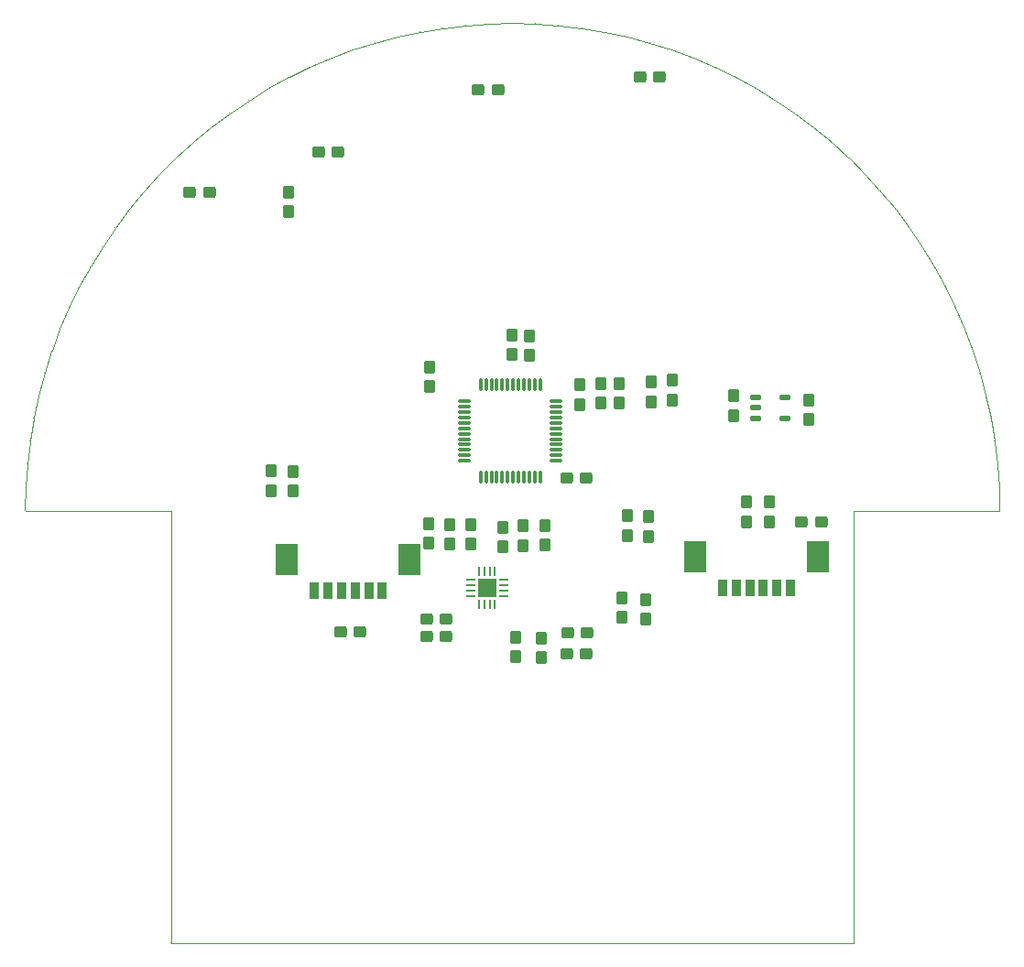
<source format=gtp>
%FSLAX25Y25*%
%MOIN*%
G70*
G01*
G75*
G04 Layer_Color=8421504*
%ADD10R,0.03189X0.06299*%
%ADD11R,0.08268X0.11811*%
G04:AMPARAMS|DCode=12|XSize=98.43mil|YSize=196.85mil|CornerRadius=24.61mil|HoleSize=0mil|Usage=FLASHONLY|Rotation=180.000|XOffset=0mil|YOffset=0mil|HoleType=Round|Shape=RoundedRectangle|*
%AMROUNDEDRECTD12*
21,1,0.09843,0.14764,0,0,180.0*
21,1,0.04921,0.19685,0,0,180.0*
1,1,0.04921,-0.02461,0.07382*
1,1,0.04921,0.02461,0.07382*
1,1,0.04921,0.02461,-0.07382*
1,1,0.04921,-0.02461,-0.07382*
%
%ADD12ROUNDEDRECTD12*%
%ADD13C,0.05906*%
%ADD14R,0.07087X0.07087*%
%ADD15O,0.00984X0.03543*%
%ADD16O,0.03543X0.00984*%
G04:AMPARAMS|DCode=17|XSize=11.81mil|YSize=47.24mil|CornerRadius=2.95mil|HoleSize=0mil|Usage=FLASHONLY|Rotation=180.000|XOffset=0mil|YOffset=0mil|HoleType=Round|Shape=RoundedRectangle|*
%AMROUNDEDRECTD17*
21,1,0.01181,0.04134,0,0,180.0*
21,1,0.00591,0.04724,0,0,180.0*
1,1,0.00591,-0.00295,0.02067*
1,1,0.00591,0.00295,0.02067*
1,1,0.00591,0.00295,-0.02067*
1,1,0.00591,-0.00295,-0.02067*
%
%ADD17ROUNDEDRECTD17*%
G04:AMPARAMS|DCode=18|XSize=11.81mil|YSize=47.24mil|CornerRadius=2.95mil|HoleSize=0mil|Usage=FLASHONLY|Rotation=90.000|XOffset=0mil|YOffset=0mil|HoleType=Round|Shape=RoundedRectangle|*
%AMROUNDEDRECTD18*
21,1,0.01181,0.04134,0,0,90.0*
21,1,0.00591,0.04724,0,0,90.0*
1,1,0.00591,0.02067,0.00295*
1,1,0.00591,0.02067,-0.00295*
1,1,0.00591,-0.02067,-0.00295*
1,1,0.00591,-0.02067,0.00295*
%
%ADD18ROUNDEDRECTD18*%
G04:AMPARAMS|DCode=19|XSize=41.34mil|YSize=47.24mil|CornerRadius=10.34mil|HoleSize=0mil|Usage=FLASHONLY|Rotation=180.000|XOffset=0mil|YOffset=0mil|HoleType=Round|Shape=RoundedRectangle|*
%AMROUNDEDRECTD19*
21,1,0.04134,0.02658,0,0,180.0*
21,1,0.02067,0.04724,0,0,180.0*
1,1,0.02067,-0.01034,0.01329*
1,1,0.02067,0.01034,0.01329*
1,1,0.02067,0.01034,-0.01329*
1,1,0.02067,-0.01034,-0.01329*
%
%ADD19ROUNDEDRECTD19*%
G04:AMPARAMS|DCode=20|XSize=41.34mil|YSize=47.24mil|CornerRadius=10.34mil|HoleSize=0mil|Usage=FLASHONLY|Rotation=270.000|XOffset=0mil|YOffset=0mil|HoleType=Round|Shape=RoundedRectangle|*
%AMROUNDEDRECTD20*
21,1,0.04134,0.02658,0,0,270.0*
21,1,0.02067,0.04724,0,0,270.0*
1,1,0.02067,-0.01329,-0.01034*
1,1,0.02067,-0.01329,0.01034*
1,1,0.02067,0.01329,0.01034*
1,1,0.02067,0.01329,-0.01034*
%
%ADD20ROUNDEDRECTD20*%
G04:AMPARAMS|DCode=21|XSize=21.65mil|YSize=39.37mil|CornerRadius=5.41mil|HoleSize=0mil|Usage=FLASHONLY|Rotation=270.000|XOffset=0mil|YOffset=0mil|HoleType=Round|Shape=RoundedRectangle|*
%AMROUNDEDRECTD21*
21,1,0.02165,0.02854,0,0,270.0*
21,1,0.01083,0.03937,0,0,270.0*
1,1,0.01083,-0.01427,-0.00541*
1,1,0.01083,-0.01427,0.00541*
1,1,0.01083,0.01427,0.00541*
1,1,0.01083,0.01427,-0.00541*
%
%ADD21ROUNDEDRECTD21*%
%ADD22C,0.01575*%
%ADD23C,0.00787*%
%ADD24C,0.00394*%
%ADD25C,0.00394*%
%ADD26O,0.07087X0.06299*%
G04:AMPARAMS|DCode=27|XSize=37.4mil|YSize=37.4mil|CornerRadius=9.35mil|HoleSize=0mil|Usage=FLASHONLY|Rotation=90.000|XOffset=0mil|YOffset=0mil|HoleType=Round|Shape=RoundedRectangle|*
%AMROUNDEDRECTD27*
21,1,0.03740,0.01870,0,0,90.0*
21,1,0.01870,0.03740,0,0,90.0*
1,1,0.01870,0.00935,0.00935*
1,1,0.01870,0.00935,-0.00935*
1,1,0.01870,-0.00935,-0.00935*
1,1,0.01870,-0.00935,0.00935*
%
%ADD27ROUNDEDRECTD27*%
%ADD28C,0.03740*%
%ADD29C,0.01969*%
%ADD30C,0.03937*%
%ADD31C,0.00984*%
%ADD32C,0.01000*%
D10*
X76575Y129252D02*
D03*
X81496D02*
D03*
X91339D02*
D03*
X101181D02*
D03*
X96260D02*
D03*
X86417D02*
D03*
X-71949Y128169D02*
D03*
X-67028D02*
D03*
X-57185D02*
D03*
X-47343D02*
D03*
X-52264D02*
D03*
X-62106D02*
D03*
D11*
X111221Y140669D02*
D03*
X66535D02*
D03*
X-37303Y139587D02*
D03*
X-81988D02*
D03*
D14*
X-9252Y129232D02*
D03*
D15*
X-12205Y135236D02*
D03*
X-10236D02*
D03*
X-8268D02*
D03*
X-6299D02*
D03*
Y123228D02*
D03*
X-8268D02*
D03*
X-10236D02*
D03*
X-12205D02*
D03*
D16*
X-3248Y132185D02*
D03*
Y130217D02*
D03*
Y128248D02*
D03*
Y126279D02*
D03*
X-15256D02*
D03*
Y128248D02*
D03*
Y130217D02*
D03*
Y132185D02*
D03*
D17*
X-11516Y203051D02*
D03*
X-9547D02*
D03*
X-7579D02*
D03*
X-5610D02*
D03*
X-3642D02*
D03*
X295D02*
D03*
X2264D02*
D03*
X4232D02*
D03*
X6201D02*
D03*
X8169D02*
D03*
X10138D02*
D03*
Y169587D02*
D03*
X8169D02*
D03*
X6201D02*
D03*
X4232D02*
D03*
X2264D02*
D03*
X295D02*
D03*
X-1673D02*
D03*
X-3642D02*
D03*
X-5610D02*
D03*
X-7579D02*
D03*
X-9547D02*
D03*
X-11516D02*
D03*
X-1673Y203051D02*
D03*
D18*
X16043Y197146D02*
D03*
Y195177D02*
D03*
Y193209D02*
D03*
Y191240D02*
D03*
Y189272D02*
D03*
Y187303D02*
D03*
Y183366D02*
D03*
Y179429D02*
D03*
Y177461D02*
D03*
Y175492D02*
D03*
X-17421D02*
D03*
Y177461D02*
D03*
Y179429D02*
D03*
Y181398D02*
D03*
Y183366D02*
D03*
Y185335D02*
D03*
Y187303D02*
D03*
Y189272D02*
D03*
Y191240D02*
D03*
Y193209D02*
D03*
Y195177D02*
D03*
Y197146D02*
D03*
X16043Y185335D02*
D03*
Y181398D02*
D03*
D19*
X-81299Y266240D02*
D03*
Y273327D02*
D03*
X10433Y103937D02*
D03*
Y111024D02*
D03*
X39764Y118504D02*
D03*
Y125591D02*
D03*
X1378Y111221D02*
D03*
Y104134D02*
D03*
X48720Y125000D02*
D03*
Y117913D02*
D03*
X12008Y144783D02*
D03*
Y151870D02*
D03*
X3839Y151772D02*
D03*
Y144685D02*
D03*
X85236Y160433D02*
D03*
Y153347D02*
D03*
X-79626Y171653D02*
D03*
Y164567D02*
D03*
X93701Y160433D02*
D03*
Y153347D02*
D03*
X-87697Y171752D02*
D03*
Y164665D02*
D03*
X6299Y213779D02*
D03*
Y220866D02*
D03*
X-30315Y145472D02*
D03*
Y152559D02*
D03*
X-22835Y145177D02*
D03*
Y152264D02*
D03*
X-15059Y145079D02*
D03*
Y152165D02*
D03*
X-3543Y144291D02*
D03*
Y151378D02*
D03*
X49606Y148031D02*
D03*
Y155118D02*
D03*
X41831Y148327D02*
D03*
Y155413D02*
D03*
X0Y221161D02*
D03*
Y214075D02*
D03*
X107874Y190453D02*
D03*
Y197539D02*
D03*
X50394Y204134D02*
D03*
Y197047D02*
D03*
X80610Y199114D02*
D03*
Y192028D02*
D03*
X58169Y204724D02*
D03*
Y197638D02*
D03*
X32185Y203543D02*
D03*
Y196457D02*
D03*
X-30217Y202559D02*
D03*
Y209646D02*
D03*
X24705Y203051D02*
D03*
Y195965D02*
D03*
X38976Y203642D02*
D03*
Y196555D02*
D03*
D20*
X-5217Y310630D02*
D03*
X-12303D02*
D03*
X27165Y112894D02*
D03*
X20079D02*
D03*
X-70472Y287992D02*
D03*
X-63386D02*
D03*
X-110236Y273327D02*
D03*
X-117323D02*
D03*
X53543Y315256D02*
D03*
X46457D02*
D03*
X26870Y105118D02*
D03*
X19783D02*
D03*
X-24016Y118012D02*
D03*
X-31102D02*
D03*
X-24114Y111516D02*
D03*
X-31201D02*
D03*
X105315Y153347D02*
D03*
X112402D02*
D03*
X-62402Y113189D02*
D03*
X-55315D02*
D03*
X26969Y169193D02*
D03*
X19882D02*
D03*
D21*
X99311Y198524D02*
D03*
Y191043D02*
D03*
X88681D02*
D03*
Y194783D02*
D03*
Y198524D02*
D03*
D24*
X95893Y306684D02*
G03*
X95885Y306690I-110J-163D01*
G01*
X95894Y306684D02*
G03*
X95885Y306690I-111J-162D01*
G01*
X88685Y311078D02*
G03*
X88677Y311083I-103J-168D01*
G01*
X102884Y301953D02*
G03*
X102876Y301958I-118J-158D01*
G01*
X102884Y301953D02*
G03*
X102875Y301959I-118J-158D01*
G01*
X81269Y315128D02*
G03*
X81267Y315129I-87J-177D01*
G01*
X81276Y315124D02*
G03*
X81269Y315128I-94J-173D01*
G01*
X81276Y315124D02*
G03*
X81268Y315128I-94J-173D01*
G01*
X73682Y318813D02*
G03*
X73675Y318817I-85J-178D01*
G01*
X73684Y318812D02*
G03*
X73682Y318813I-87J-177D01*
G01*
X73683Y318813D02*
G03*
X73675Y318817I-86J-177D01*
G01*
X88685Y311078D02*
G03*
X88677Y311083I-103J-168D01*
G01*
X122397Y285840D02*
G03*
X122390Y285847I-139J-139D01*
G01*
X128366Y279872D02*
G03*
X128360Y279878I-145J-133D01*
G01*
X128367Y279870D02*
G03*
X128366Y279872I-146J-132D01*
G01*
X122391Y285846D02*
G03*
X122390Y285847I-133J-145D01*
G01*
X122397Y285840D02*
G03*
X122391Y285846I-139J-139D01*
G01*
X134045Y273624D02*
G03*
X134038Y273631I-152J-125D01*
G01*
X128366Y279871D02*
G03*
X128360Y279878I-146J-132D01*
G01*
X109642Y296894D02*
G03*
X109634Y296899I-125J-152D01*
G01*
X109642Y296894D02*
G03*
X109634Y296899I-125J-152D01*
G01*
X116150Y291519D02*
G03*
X116144Y291525I-132J-146D01*
G01*
X116152Y291518D02*
G03*
X116150Y291519I-133J-145D01*
G01*
X116151Y291519D02*
G03*
X116144Y291525I-132J-146D01*
G01*
X25247Y333036D02*
G03*
X25236Y333038I-34J-194D01*
G01*
X25246Y333037D02*
G03*
X25236Y333038I-33J-194D01*
G01*
X16864Y334039D02*
G03*
X16855Y334040I-23J-196D01*
G01*
X33570Y331637D02*
G03*
X33561Y331638I-42J-192D01*
G01*
X33571Y331637D02*
G03*
X33570Y331637I-42J-192D01*
G01*
X33571Y331637D02*
G03*
X33560Y331639I-42J-192D01*
G01*
X8444Y334641D02*
G03*
X8433Y334642I-14J-196D01*
G01*
X8444Y334641D02*
G03*
X8434Y334642I-14J-196D01*
G01*
X6Y334842D02*
G03*
X-5Y334843I-6J-197D01*
G01*
X16864Y334039D02*
G03*
X16855Y334040I-23J-196D01*
G01*
X58013Y325086D02*
G03*
X58005Y325089I-68J-185D01*
G01*
X58015Y325086D02*
G03*
X58013Y325086I-69J-184D01*
G01*
X65923Y322136D02*
G03*
X65914Y322140I-78J-181D01*
G01*
X58014Y325086D02*
G03*
X58005Y325089I-69J-184D01*
G01*
X65915Y322139D02*
G03*
X65914Y322140I-69J-184D01*
G01*
X65923Y322136D02*
G03*
X65915Y322139I-78J-181D01*
G01*
X41819Y329842D02*
G03*
X41810Y329844I-51J-190D01*
G01*
X41820Y329842D02*
G03*
X41819Y329842I-51J-190D01*
G01*
X41819Y329842D02*
G03*
X41810Y329844I-51J-190D01*
G01*
X49973Y327657D02*
G03*
X49964Y327660I-60J-188D01*
G01*
X49964Y327659D02*
G03*
X49964Y327660I-51J-190D01*
G01*
X49973Y327657D02*
G03*
X49964Y327659I-60J-188D01*
G01*
X172364Y199291D02*
G03*
X172362Y199300I-192J-42D01*
G01*
X172364Y199290D02*
G03*
X172364Y199291I-192J-42D01*
G01*
X170179Y207445D02*
G03*
X170176Y207454I-190J-51D01*
G01*
X170179Y207444D02*
G03*
X170179Y207445I-190J-51D01*
G01*
X172362Y199299D02*
G03*
X172362Y199300I-190J-51D01*
G01*
X172364Y199291D02*
G03*
X172362Y199299I-192J-42D01*
G01*
X174158Y191041D02*
G03*
X174156Y191051I-194J-32D01*
G01*
X174158Y191042D02*
G03*
X174156Y191051I-194J-33D01*
G01*
X167609Y215485D02*
G03*
X167606Y215494I-188J-60D01*
G01*
X167606Y215494D02*
G03*
X167606Y215495I-185J-68D01*
G01*
X167609Y215485D02*
G03*
X167606Y215494I-188J-60D01*
G01*
X164659Y223395D02*
G03*
X164656Y223404I-184J-69D01*
G01*
X164659Y223394D02*
G03*
X164659Y223395I-185J-68D01*
G01*
X170179Y207445D02*
G03*
X170176Y207454I-190J-51D01*
G01*
X177162Y165914D02*
G03*
X177161Y165924I-197J-3D01*
G01*
X177162Y165910D02*
G03*
X177162Y165914I-197J0D01*
G01*
X176560Y174335D02*
G03*
X176559Y174344I-196J-14D01*
G01*
X177162Y165915D02*
G03*
X177161Y165924I-197J-5D01*
G01*
X177362Y157480D02*
G03*
X177362Y157485I-197J0D01*
G01*
X177362Y157480D02*
G03*
X177362Y157486I-197J0D01*
G01*
X177165Y157283D02*
G03*
X177362Y157480I0J197D01*
G01*
X177165Y157283D02*
G03*
X177362Y157480I0J197D01*
G01*
X175558Y182717D02*
G03*
X175556Y182726I-196J-23D01*
G01*
X176560Y174335D02*
G03*
X176559Y174344I-196J-14D01*
G01*
X175558Y182717D02*
G03*
X175556Y182727I-196J-23D01*
G01*
X149209Y253366D02*
G03*
X149203Y253375I-168J-103D01*
G01*
X149209Y253366D02*
G03*
X149204Y253374I-168J-103D01*
G01*
X144478Y260356D02*
G03*
X144472Y260364I-164J-109D01*
G01*
X153603Y246157D02*
G03*
X153598Y246165I-173J-94D01*
G01*
X153603Y246157D02*
G03*
X153598Y246165I-173J-94D01*
G01*
X139419Y267115D02*
G03*
X139413Y267122I-158J-118D01*
G01*
X139419Y267115D02*
G03*
X139413Y267122I-158J-118D01*
G01*
X134039Y273631D02*
G03*
X134038Y273632I-146J-132D01*
G01*
X134045Y273624D02*
G03*
X134039Y273631I-152J-125D01*
G01*
X144478Y260357D02*
G03*
X144472Y260364I-163J-110D01*
G01*
X161333Y231163D02*
G03*
X161332Y231164I-178J-85D01*
G01*
X161336Y231155D02*
G03*
X161333Y231163I-181J-78D01*
G01*
X161336Y231155D02*
G03*
X161332Y231164I-181J-78D01*
G01*
X157648Y238749D02*
G03*
X157644Y238757I-177J-87D01*
G01*
X157648Y238747D02*
G03*
X157648Y238749I-178J-85D01*
G01*
X164659Y223395D02*
G03*
X164656Y223404I-184J-69D01*
G01*
X157648Y238748D02*
G03*
X157644Y238757I-177J-86D01*
G01*
X124016Y-197D02*
G03*
X124213Y0I0J197D01*
G01*
X124016Y-197D02*
G03*
X124213Y0I0J197D01*
G01*
X5Y334843D02*
G03*
X-6Y334842I-5J-197D01*
G01*
X-8433Y334642D02*
G03*
X-8444Y334641I3J-197D01*
G01*
X-8435Y334642D02*
G03*
X-8444Y334641I5J-197D01*
G01*
X-16855Y334040D02*
G03*
X-16864Y334039I14J-196D01*
G01*
X-16855Y334040D02*
G03*
X-16864Y334039I14J-196D01*
G01*
X-25237Y333038D02*
G03*
X-25246Y333037I23J-196D01*
G01*
X-25237Y333038D02*
G03*
X-25247Y333036I23J-196D01*
G01*
X-33560Y331639D02*
G03*
X-33571Y331637I32J-194D01*
G01*
X-33562Y331638D02*
G03*
X-33571Y331637I33J-194D01*
G01*
X-41810Y329844D02*
G03*
X-41819Y329842I42J-192D01*
G01*
X-41819Y329842D02*
G03*
X-41820Y329842I51J-190D01*
G01*
X-41810Y329844D02*
G03*
X-41819Y329842I42J-192D01*
G01*
X-49965Y327659D02*
G03*
X-49973Y327657I51J-190D01*
G01*
X-49964Y327660D02*
G03*
X-49965Y327659I51J-190D01*
G01*
X-49964Y327660D02*
G03*
X-49973Y327657I51J-190D01*
G01*
X-58005Y325089D02*
G03*
X-58014Y325086I60J-188D01*
G01*
X-58013Y325086D02*
G03*
X-58015Y325086I68J-185D01*
G01*
X-58005Y325089D02*
G03*
X-58013Y325086I60J-188D01*
G01*
X-65915Y322139D02*
G03*
X-65923Y322136I69J-184D01*
G01*
X-65914Y322140D02*
G03*
X-65915Y322139I68J-185D01*
G01*
X-65915Y322139D02*
G03*
X-65923Y322136I69J-184D01*
G01*
X-73675Y318817D02*
G03*
X-73683Y318813I78J-181D01*
G01*
X-73682Y318813D02*
G03*
X-73684Y318812I85J-178D01*
G01*
X-73675Y318817D02*
G03*
X-73682Y318813I78J-181D01*
G01*
X-81269Y315128D02*
G03*
X-81276Y315124I87J-177D01*
G01*
X-81267Y315129D02*
G03*
X-81269Y315128I85J-178D01*
G01*
X-81268Y315128D02*
G03*
X-81276Y315124I86J-177D01*
G01*
X-88677Y311083D02*
G03*
X-88685Y311078I94J-173D01*
G01*
X-88677Y311083D02*
G03*
X-88685Y311078I94J-173D01*
G01*
X-95885Y306689D02*
G03*
X-95893Y306684I103J-168D01*
G01*
X-95885Y306689D02*
G03*
X-95894Y306684I103J-168D01*
G01*
X-102875Y301959D02*
G03*
X-102884Y301953I109J-164D01*
G01*
X-102876Y301958D02*
G03*
X-102884Y301953I110J-163D01*
G01*
X-109634Y296899D02*
G03*
X-109642Y296894I118J-158D01*
G01*
X-109634Y296899D02*
G03*
X-109642Y296894I118J-158D01*
G01*
X-116144Y291525D02*
G03*
X-116151Y291519I125J-152D01*
G01*
X-116150Y291519D02*
G03*
X-116152Y291518I132J-146D01*
G01*
X-116144Y291525D02*
G03*
X-116150Y291519I125J-152D01*
G01*
X-122391Y285846D02*
G03*
X-122397Y285840I133J-145D01*
G01*
X-122390Y285847D02*
G03*
X-122391Y285846I132J-146D01*
G01*
X-122391Y285847D02*
G03*
X-122397Y285840I132J-146D01*
G01*
X-128360Y279878D02*
G03*
X-128366Y279871I139J-139D01*
G01*
X-128366Y279872D02*
G03*
X-128367Y279870I145J-133D01*
G01*
X-128360Y279878D02*
G03*
X-128366Y279872I139J-139D01*
G01*
X-134039Y273631D02*
G03*
X-134045Y273624I146J-132D01*
G01*
X-134038Y273632D02*
G03*
X-134039Y273631I145J-133D01*
G01*
X-134038Y273631D02*
G03*
X-134045Y273624I146J-132D01*
G01*
X-139413Y267122D02*
G03*
X-139419Y267115I152J-125D01*
G01*
X-139413Y267122D02*
G03*
X-139419Y267115I152J-125D01*
G01*
X-144472Y260364D02*
G03*
X-144478Y260357I158J-118D01*
G01*
X-144472Y260364D02*
G03*
X-144478Y260356I158J-118D01*
G01*
X-149203Y253375D02*
G03*
X-149209Y253366I162J-111D01*
G01*
X-149204Y253374D02*
G03*
X-149209Y253366I163J-110D01*
G01*
X-153598Y246165D02*
G03*
X-153603Y246157I168J-103D01*
G01*
X-153598Y246165D02*
G03*
X-153603Y246157I168J-103D01*
G01*
X-124213Y-0D02*
G03*
X-124016Y-197I197J0D01*
G01*
X-124213Y-0D02*
G03*
X-124016Y-197I197J0D01*
G01*
X-157644Y238756D02*
G03*
X-157648Y238748I173J-94D01*
G01*
X-157648Y238749D02*
G03*
X-157649Y238747I177J-87D01*
G01*
X-157644Y238756D02*
G03*
X-157648Y238749I173J-94D01*
G01*
X-161333Y231163D02*
G03*
X-161336Y231155I178J-85D01*
G01*
X-161332Y231164D02*
G03*
X-161333Y231163I177J-87D01*
G01*
X-161332Y231164D02*
G03*
X-161336Y231155I177J-86D01*
G01*
X-164656Y223404D02*
G03*
X-164659Y223395I181J-78D01*
G01*
X-164659Y223395D02*
G03*
X-164659Y223394I184J-69D01*
G01*
X-164656Y223404D02*
G03*
X-164659Y223395I181J-78D01*
G01*
X-167606Y215494D02*
G03*
X-167609Y215485I185J-68D01*
G01*
X-167606Y215495D02*
G03*
X-167606Y215494I184J-69D01*
G01*
X-167606Y215494D02*
G03*
X-167609Y215485I184J-69D01*
G01*
X-170177Y207453D02*
G03*
X-170179Y207445I188J-60D01*
G01*
X-170179Y207445D02*
G03*
X-170179Y207444I190J-51D01*
G01*
X-170177Y207453D02*
G03*
X-170179Y207445I188J-60D01*
G01*
X-172362Y199299D02*
G03*
X-172364Y199291I190J-51D01*
G01*
X-172362Y199300D02*
G03*
X-172362Y199299I190J-51D01*
G01*
X-172364Y199291D02*
G03*
X-172364Y199290I192J-42D01*
G01*
X-172362Y199300D02*
G03*
X-172364Y199291I190J-51D01*
G01*
X-174156Y191051D02*
G03*
X-174158Y191042I192J-42D01*
G01*
X-174156Y191051D02*
G03*
X-174158Y191041I192J-42D01*
G01*
X-175556Y182727D02*
G03*
X-175558Y182717I194J-34D01*
G01*
X-175556Y182726D02*
G03*
X-175558Y182717I194J-33D01*
G01*
X-176559Y174344D02*
G03*
X-176560Y174335I196J-23D01*
G01*
X-176559Y174344D02*
G03*
X-176560Y174335I196J-23D01*
G01*
X-177161Y165924D02*
G03*
X-177162Y165915I196J-14D01*
G01*
X-177161Y165924D02*
G03*
X-177162Y165914I196J-14D01*
G01*
X-177362Y157485D02*
G03*
X-177165Y157283I197J-5D01*
G01*
X-177362Y157486D02*
G03*
X-177165Y157283I197J-6D01*
G01*
X88685Y311078D02*
X95885Y306690D01*
X102884Y301953D02*
X109634Y296899D01*
X102875Y301959D02*
X102876Y301958D01*
X95894Y306684D02*
X102875Y301959D01*
X95893Y306684D02*
X95894Y306684D01*
X81268Y315128D02*
X81269Y315128D01*
X81267Y315129D02*
X81268Y315128D01*
X73684Y318812D02*
X81267Y315129D01*
X73683Y318813D02*
X73684Y318812D01*
X73682Y318813D02*
X73683Y318813D01*
X81276Y315124D02*
X88677Y311083D01*
X122397Y285840D02*
X128360Y279878D01*
X122390Y285847D02*
X122391Y285846D01*
X122390Y285847D02*
X122390Y285847D01*
X116152Y291518D02*
X122390Y285847D01*
X116151Y291519D02*
X116152Y291518D01*
X116150Y291519D02*
X116151Y291519D01*
X128366Y279872D02*
X128366Y279871D01*
X128367Y279870D01*
X134038Y273632D01*
X134038Y273631D01*
X134039Y273631D01*
X109642Y296894D02*
X116144Y291525D01*
X16864Y334039D02*
X25236Y333038D01*
X41810Y329844D02*
X41810Y329844D01*
X41810Y329844D02*
X41810Y329844D01*
X33571Y331637D02*
X41810Y329844D01*
X33571Y331637D02*
X33571Y331637D01*
X33570Y331637D02*
X33571Y331637D01*
X33560Y331639D02*
X33561Y331638D01*
X25247Y333036D02*
X33560Y331639D01*
X25246Y333037D02*
X25247Y333036D01*
X8433Y334642D02*
X8434Y334642D01*
X6Y334842D02*
X8433Y334642D01*
X5Y334843D02*
X6Y334842D01*
X8444Y334641D02*
X16855Y334040D01*
X65914Y322140D02*
X65915Y322139D01*
X65914Y322140D02*
X65914Y322140D01*
X58015Y325086D02*
X65914Y322140D01*
X58014Y325086D02*
X58015Y325086D01*
X58013Y325086D02*
X58014Y325086D01*
X49973Y327657D02*
X58005Y325089D01*
X65923Y322136D02*
X73675Y318817D01*
X49964Y327660D02*
X49964Y327659D01*
X49964Y327660D02*
X49964Y327660D01*
X41820Y329842D02*
X49964Y327660D01*
X41819Y329842D02*
X41820Y329842D01*
X41819Y329842D02*
X41819Y329842D01*
X172364Y199291D02*
X172364Y199291D01*
X172364Y199290D01*
X174156Y191051D01*
X174156Y191051D01*
X174156Y191051D01*
X170179Y207445D02*
X170179Y207445D01*
X170179Y207444D01*
X172362Y199300D01*
X172362Y199300D01*
X172362Y199299D01*
X174158Y191042D02*
X174158Y191041D01*
X175556Y182727D01*
X175556Y182726D01*
X164659Y223395D02*
X164659Y223395D01*
X164659Y223394D01*
X167606Y215495D01*
X167606Y215494D01*
X167606Y215494D01*
X167609Y215485D02*
X170176Y207454D01*
X177162Y165915D02*
X177162Y165914D01*
X177362Y157486D01*
X177362Y157485D01*
X176560Y174335D02*
X177161Y165924D01*
X175558Y182717D02*
X176559Y174344D01*
X124213Y157283D02*
X177165Y157283D01*
X144478Y260357D02*
X144478Y260356D01*
X149203Y253375D01*
X149204Y253374D01*
X149209Y253366D02*
X153598Y246165D01*
X134045Y273624D02*
X139413Y267122D01*
X139419Y267115D02*
X144472Y260364D01*
X157648Y238749D02*
X157648Y238748D01*
X157648Y238747D01*
X161332Y231164D01*
X161332Y231164D01*
X161333Y231163D01*
X161336Y231155D02*
X164656Y223404D01*
X153603Y246157D02*
X157644Y238757D01*
X124213Y0D02*
Y157283D01*
X-6Y334842D02*
X-5Y334843D01*
X-8433Y334642D02*
X-6Y334842D01*
X-8435Y334642D02*
X-8433Y334642D01*
X-16855Y334040D02*
X-8444Y334641D01*
X-25237Y333038D02*
X-16864Y334039D01*
X-25247Y333036D02*
X-25246Y333037D01*
X-33560Y331639D02*
X-25247Y333036D01*
X-33562Y331638D02*
X-33560Y331639D01*
X-41810Y329844D02*
X-33571Y331637D01*
X-41819Y329842D02*
X-41819Y329842D01*
X-41820Y329842D02*
X-41819Y329842D01*
X-49964Y327660D02*
X-41820Y329842D01*
X-49964Y327660D02*
X-49964Y327660D01*
X-49965Y327659D02*
X-49964Y327660D01*
X-58005Y325089D02*
X-49973Y327657D01*
X-58014Y325086D02*
X-58013Y325086D01*
X-58015Y325086D02*
X-58014Y325086D01*
X-65914Y322140D02*
X-58015Y325086D01*
X-65915Y322139D02*
X-65914Y322140D01*
X-65915Y322139D02*
X-65915Y322139D01*
X-73675Y318817D02*
X-65923Y322136D01*
X-73683Y318813D02*
X-73682Y318813D01*
X-73684Y318812D02*
X-73683Y318813D01*
X-81267Y315129D02*
X-73684Y318812D01*
X-81268Y315128D02*
X-81267Y315129D01*
X-81269Y315128D02*
X-81268Y315128D01*
X-88677Y311083D02*
X-81276Y315124D01*
X-95885Y306689D02*
X-88685Y311078D01*
X-95894Y306684D02*
X-95893Y306684D01*
X-102875Y301959D02*
X-95894Y306684D01*
X-102876Y301958D02*
X-102875Y301959D01*
X-109634Y296899D02*
X-102884Y301953D01*
X-116144Y291525D02*
X-109642Y296894D01*
X-116151Y291519D02*
X-116150Y291519D01*
X-116152Y291518D02*
X-116151Y291519D01*
X-122390Y285847D02*
X-116152Y291518D01*
X-122391Y285847D02*
X-122390Y285847D01*
X-122391Y285846D02*
X-122391Y285847D01*
X-128360Y279878D02*
X-122397Y285840D01*
X-128366Y279871D02*
X-128366Y279872D01*
X-128367Y279870D02*
X-128366Y279871D01*
X-134038Y273632D02*
X-128367Y279870D01*
X-134038Y273631D02*
X-134038Y273632D01*
X-134039Y273631D02*
X-134038Y273631D01*
X-139413Y267122D02*
X-134045Y273624D01*
X-144472Y260364D02*
X-139419Y267115D01*
X-144478Y260356D02*
X-144478Y260357D01*
X-149203Y253375D02*
X-144478Y260356D01*
X-149204Y253374D02*
X-149203Y253375D01*
X-153598Y246165D02*
X-149209Y253366D01*
X-124016Y-197D02*
X124016Y-197D01*
X-124213Y-0D02*
Y157283D01*
X-157644Y238756D02*
X-153603Y246157D01*
X-157648Y238748D02*
X-157648Y238749D01*
X-157649Y238747D02*
X-157648Y238748D01*
X-161332Y231164D02*
X-157649Y238747D01*
X-161332Y231164D02*
X-161332Y231164D01*
X-161333Y231163D02*
X-161332Y231164D01*
X-177165Y157283D02*
X-124213Y157283D01*
X-164656Y223404D02*
X-161336Y231155D01*
X-164659Y223395D02*
X-164659Y223395D01*
X-164659Y223394D02*
X-164659Y223395D01*
X-167606Y215495D02*
X-164659Y223394D01*
X-167606Y215494D02*
X-167606Y215495D01*
X-167606Y215494D02*
X-167606Y215494D01*
X-170177Y207453D02*
X-167609Y215485D01*
X-170179Y207445D02*
X-170179Y207445D01*
X-170179Y207444D02*
X-170179Y207445D01*
X-172362Y199300D02*
X-170179Y207444D01*
X-172362Y199300D02*
X-172362Y199300D01*
X-172362Y199299D02*
X-172362Y199300D01*
X-172364Y199291D02*
X-172364Y199291D01*
X-172364Y199290D02*
X-172364Y199291D01*
X-174156Y191051D02*
X-172364Y199290D01*
X-174156Y191051D02*
X-174156Y191051D01*
X-174156Y191051D02*
X-174156Y191051D01*
X-174158Y191041D02*
X-174158Y191042D01*
X-175556Y182727D02*
X-174158Y191041D01*
X-175556Y182726D02*
X-175556Y182727D01*
X-176559Y174344D02*
X-175558Y182717D01*
X-177161Y165924D02*
X-176560Y174335D01*
X-177162Y165914D02*
X-177162Y165915D01*
X-177362Y157486D02*
X-177162Y165914D01*
X-177362Y157485D02*
X-177362Y157486D01*
D25*
X41810Y329844D02*
D03*
X174156Y191051D02*
D03*
X-174156Y191051D02*
D03*
M02*

</source>
